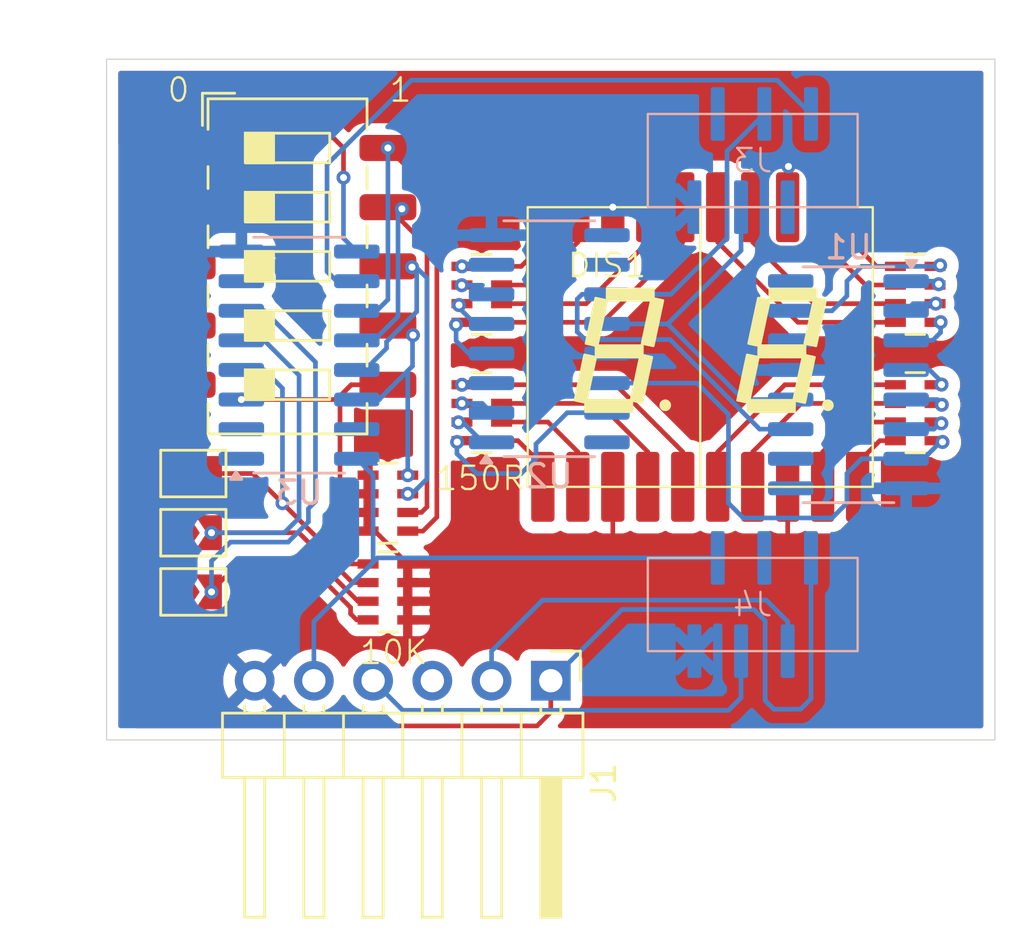
<source format=kicad_pcb>
(kicad_pcb (version 20241229) (generator "pcbnew") (generator_version "9.0")
  (layers (0 "F.Cu" signal) (2 "B.Cu" signal) (13 "F.Paste" user) (15 "B.Paste" user) (5 "F.SilkS" user "F.Silkscreen") (7 "B.SilkS" user "B.Silkscreen") (1 "F.Mask" user) (3 "B.Mask" user) (25 "Edge.Cuts" user))
  (net 0 "")
  (net 1 "Net-(JP1-B)")
  (net 2 "VCC")
  (net 3 "Net-(JP2-B)")
  (net 4 "Net-(JP3-B)")
  (net 5 "GND")
  (net 6 "Net-(RN1-R4.2)")
  (net 7 "Net-(RN2-R3.2)")
  (net 8 "Net-(RN2-R2.2)")
  (net 9 "Net-(RN2-R4.2)")
  (net 10 "Net-(RN2-R1.2)")
  (net 11 "SIPO in")
  (net 12 "PISO out")
  (net 13 "PISO in")
  (net 14 "SIPO out")
  (net 18 "Net-(RN6-R1.2)")
  (net 19 "Net-(RN6-R2.2)")
  (net 20 "Net-(RN6-R4.2)")
  (net 21 "Net-(RN6-R3.2)")
  (net 22 "Net-(RN5-R2.2)")
  (net 23 "Net-(RN5-R1.2)")
  (net 24 "Net-(RN3-R4.2)")
  (net 25 "Net-(RN3-R2.2)")
  (net 26 "Net-(RN5-R3.2)")
  (net 27 "Net-(RN3-R3.2)")
  (net 28 "Net-(RN5-R4.2)")
  (net 29 "Net-(RN3-R1.2)")
  (net 30 "Net-(RN3-R1.1)")
  (net 31 "Net-(RN3-R2.1)")
  (net 32 "Net-(RN3-R3.1)")
  (net 33 "Net-(RN3-R4.1)")
  (net 34 "Net-(RN6-R3.1)")
  (net 35 "Net-(RN6-R4.1)")
  (net 36 "Net-(RN6-R2.1)")
  (net 37 "Net-(RN6-R1.1)")
  (net 38 "Net-(RN4-R4.2)")
  (net 39 "Net-(RN4-R3.2)")
  (net 40 "Net-(RN4-R1.2)")
  (net 41 "Net-(RN4-R2.2)")
  (net 42 "Net-(RN4-R4.1)")
  (net 43 "Net-(RN4-R2.1)")
  (net 44 "Net-(RN4-R3.1)")
  (net 45 "Net-(RN5-R1.1)")
  (net 46 "Net-(RN5-R3.1)")
  (net 47 "Net-(RN5-R2.1)")
  (net 48 "Net-(RN5-R4.1)")
  (net 49 "Clock")
  (net 50 "Shift{slash}load")
  (footprint "Resistor_SMD:R_Array_Concave_4x0603" (layer "F.Cu") (at 158.33 101.53)
    (property "Reference" "RN5" (hide yes))
    (property "Value" "R_Pack04")
    (pad "1" smd rect (at -0.85 -1.2) (size 0.9 0.4) (layers "F.Cu" "F.Mask" "F.Paste") (net 45 "Net-(RN5-R1.1)"))
    (pad "2" smd rect (at -0.85 -0.4) (size 0.9 0.4) (layers "F.Cu" "F.Mask" "F.Paste") (net 47 "Net-(RN5-R2.1)"))
    (pad "3" smd rect (at -0.85 0.4) (size 0.9 0.4) (layers "F.Cu" "F.Mask" "F.Paste") (net 46 "Net-(RN5-R3.1)"))
    (pad "4" smd rect (at -0.85 1.2) (size 0.9 0.4) (layers "F.Cu" "F.Mask" "F.Paste") (net 48 "Net-(RN5-R4.1)"))
    (pad "5" smd rect (at 0.85 1.2) (size 0.9 0.4) (layers "F.Cu" "F.Mask" "F.Paste") (net 28 "Net-(RN5-R4.2)"))
    (pad "6" smd rect (at 0.85 0.4) (size 0.9 0.4) (layers "F.Cu" "F.Mask" "F.Paste") (net 26 "Net-(RN5-R3.2)"))
    (pad "7" smd rect (at 0.85 -0.4) (size 0.9 0.4) (layers "F.Cu" "F.Mask" "F.Paste") (net 22 "Net-(RN5-R2.2)"))
    (pad "8" smd rect (at 0.85 -1.2) (size 0.9 0.4) (layers "F.Cu" "F.Mask" "F.Paste") (net 23 "Net-(RN5-R1.2)"))
  )
  (footprint "Jumper:SolderJumper-2_P1.3mm_Open_TrianglePad1.0x1.5mm" (layer "F.Cu") (at 145.96 106.68)
    (property "Reference" "JP2" (hide yes))
    (property "Value" "SolderJumper_2_Open")
    (pad "1" smd custom (at -0.725 0) (size 0.3 0.3) (layers "F.Cu" "F.Mask") (net 2 "VCC") (options (clearance outline) (anchor rect)) (primitives (gr_poly (pts (xy 1 0) (xy 0.5 0.75) (xy -0.5 0.75) (xy -0.5 -0.75) (xy 0.5 -0.75)) (width 0) (fill yes))))
    (pad "2" smd custom (at 0.725 0) (size 0.3 0.3) (layers "F.Cu" "F.Mask") (net 3 "Net-(JP2-B)") (options (clearance outline) (anchor rect)) (primitives (gr_poly (pts (xy 0.5 0.75) (xy -0.65 0.75) (xy -0.15 0) (xy -0.65 -0.75) (xy 0.5 -0.75)) (width 0) (fill yes))))
  )
  (footprint "Resistor_SMD:R_Array_Concave_4x0603" (layer "F.Cu") (at 176.92 101.53 180)
    (property "Reference" "RN6" (hide yes))
    (property "Value" "R_Pack04")
    (pad "1" smd rect (at -0.85 -1.2 180) (size 0.9 0.4) (layers "F.Cu" "F.Mask" "F.Paste") (net 37 "Net-(RN6-R1.1)"))
    (pad "2" smd rect (at -0.85 -0.4 180) (size 0.9 0.4) (layers "F.Cu" "F.Mask" "F.Paste") (net 36 "Net-(RN6-R2.1)"))
    (pad "3" smd rect (at -0.85 0.4 180) (size 0.9 0.4) (layers "F.Cu" "F.Mask" "F.Paste") (net 34 "Net-(RN6-R3.1)"))
    (pad "4" smd rect (at -0.85 1.2 180) (size 0.9 0.4) (layers "F.Cu" "F.Mask" "F.Paste") (net 35 "Net-(RN6-R4.1)"))
    (pad "5" smd rect (at 0.85 1.2 180) (size 0.9 0.4) (layers "F.Cu" "F.Mask" "F.Paste") (net 20 "Net-(RN6-R4.2)"))
    (pad "6" smd rect (at 0.85 0.4 180) (size 0.9 0.4) (layers "F.Cu" "F.Mask" "F.Paste") (net 21 "Net-(RN6-R3.2)"))
    (pad "7" smd rect (at 0.85 -0.4 180) (size 0.9 0.4) (layers "F.Cu" "F.Mask" "F.Paste") (net 19 "Net-(RN6-R2.2)"))
    (pad "8" smd rect (at 0.85 -1.2 180) (size 0.9 0.4) (layers "F.Cu" "F.Mask" "F.Paste") (net 18 "Net-(RN6-R1.2)"))
  )
  (footprint "timezoneClock:double digit 7 seg" (layer "F.Cu") (at 167.7 98.71)
    (property "Reference" "DIS1" (at -4 -3.5 0) (layer "F.SilkS") (effects (font (thickness 0.1))))
    (property "Value" "~")
    (pad "1" smd roundrect (at 6.75 6) (size 1 3) (layers "F.Cu" "F.Mask" "F.Paste") (roundrect_rratio 0.15) (net 18 "Net-(RN6-R1.2)"))
    (pad "2" smd roundrect (at 5.25 6) (size 1 3) (layers "F.Cu" "F.Mask" "F.Paste") (roundrect_rratio 0.15) (net 19 "Net-(RN6-R2.2)"))
    (pad "3" smd roundrect (at 3.75 6) (size 1 3) (layers "F.Cu" "F.Mask" "F.Paste") (roundrect_rratio 0.15) (net 5 "GND"))
    (pad "4" smd roundrect (at 2.25 6) (size 1 3) (layers "F.Cu" "F.Mask" "F.Paste") (roundrect_rratio 0.15) (net 21 "Net-(RN6-R3.2)"))
    (pad "5" smd roundrect (at 0.75 6) (size 1 3) (layers "F.Cu" "F.Mask" "F.Paste") (roundrect_rratio 0.15) (net 20 "Net-(RN6-R4.2)"))
    (pad "6" smd roundrect (at -0.75 6) (size 1 3) (layers "F.Cu" "F.Mask" "F.Paste") (roundrect_rratio 0.15) (net 23 "Net-(RN5-R1.2)"))
    (pad "7" smd roundrect (at -2.25 6) (size 1 3) (layers "F.Cu" "F.Mask" "F.Paste") (roundrect_rratio 0.15) (net 22 "Net-(RN5-R2.2)"))
    (pad "8" smd roundrect (at -3.75 6) (size 1 3) (layers "F.Cu" "F.Mask" "F.Paste") (roundrect_rratio 0.15) (net 5 "GND"))
    (pad "9" smd roundrect (at -5.25 6) (size 1 3) (layers "F.Cu" "F.Mask" "F.Paste") (roundrect_rratio 0.15) (net 26 "Net-(RN5-R3.2)"))
    (pad "10" smd roundrect (at -6.75 6) (size 1 3) (layers "F.Cu" "F.Mask" "F.Paste") (roundrect_rratio 0.15) (net 28 "Net-(RN5-R4.2)"))
    (pad "11" smd roundrect (at -6.75 -6) (size 1 3) (layers "F.Cu" "F.Mask" "F.Paste") (roundrect_rratio 0.15) (net 40 "Net-(RN4-R1.2)"))
    (pad "12" smd roundrect (at -5.25 -6) (size 1 3) (layers "F.Cu" "F.Mask" "F.Paste") (roundrect_rratio 0.15) (net 41 "Net-(RN4-R2.2)"))
    (pad "13" smd roundrect (at -3.75 -6) (size 1 3) (layers "F.Cu" "F.Mask" "F.Paste") (roundrect_rratio 0.15) (net 5 "GND"))
    (pad "14" smd roundrect (at -2.25 -6) (size 1 3) (layers "F.Cu" "F.Mask" "F.Paste") (roundrect_rratio 0.15) (net 39 "Net-(RN4-R3.2)"))
    (pad "15" smd roundrect (at -0.75 -6) (size 1 3) (layers "F.Cu" "F.Mask" "F.Paste") (roundrect_rratio 0.15) (net 38 "Net-(RN4-R4.2)"))
    (pad "16" smd roundrect (at 0.75 -6) (size 1 3) (layers "F.Cu" "F.Mask" "F.Paste") (roundrect_rratio 0.15) (net 29 "Net-(RN3-R1.2)"))
    (pad "17" smd roundrect (at 2.25 -6) (size 1 3) (layers "F.Cu" "F.Mask" "F.Paste") (roundrect_rratio 0.15) (net 25 "Net-(RN3-R2.2)"))
    (pad "18" smd roundrect (at 3.75 -6) (size 1 3) (layers "F.Cu" "F.Mask" "F.Paste") (roundrect_rratio 0.15) (net 5 "GND"))
    (pad "19" smd roundrect (at 5.25 -6) (size 1 3) (layers "F.Cu" "F.Mask" "F.Paste") (roundrect_rratio 0.15) (net 27 "Net-(RN3-R3.2)"))
    (pad "20" smd roundrect (at 6.75 -6) (size 1 3) (layers "F.Cu" "F.Mask" "F.Paste") (roundrect_rratio 0.15) (net 24 "Net-(RN3-R4.2)"))
  )
  (footprint "Connector_PinHeader_2.54mm:PinHeader_1x06_P2.54mm_Horizontal" (layer "F.Cu") (at 161.29 113.03 -90)
    (property "Reference" "J1" (at 4.385 -2.27 90) (layer "F.SilkS"))
    (property "Value" "Conn_01x06_Pin")
    (pad "1" thru_hole rect (at 0 0 270) (size 1.7 1.7) (drill 1) (layers "*.Cu" "*.Mask") (net 12 "PISO out"))
    (pad "2" thru_hole circle (at 0 2.54 270) (size 1.7 1.7) (drill 1) (layers "*.Cu" "*.Mask") (net 11 "SIPO in"))
    (pad "3" thru_hole circle (at 0 5.08 270) (size 1.7 1.7) (drill 1) (layers "*.Cu" "*.Mask") (net 49 "Clock"))
    (pad "4" thru_hole circle (at 0 7.62 270) (size 1.7 1.7) (drill 1) (layers "*.Cu" "*.Mask") (net 50 "Shift{slash}load"))
    (pad "5" thru_hole circle (at 0 10.16 270) (size 1.7 1.7) (drill 1) (layers "*.Cu" "*.Mask") (net 2 "VCC"))
    (pad "6" thru_hole circle (at 0 12.7 270) (size 1.7 1.7) (drill 1) (layers "*.Cu" "*.Mask") (net 5 "GND"))
  )
  (footprint "Resistor_SMD:R_Array_Concave_4x0603" (layer "F.Cu") (at 154.305 109.22 180)
    (property "Reference" "RN1" (hide yes))
    (property "Value" "R_Pack04")
    (pad "1" smd rect (at -0.85 -1.2 180) (size 0.9 0.4) (layers "F.Cu" "F.Mask" "F.Paste") (net 5 "GND"))
    (pad "2" smd rect (at -0.85 -0.4 180) (size 0.9 0.4) (layers "F.Cu" "F.Mask" "F.Paste") (net 5 "GND"))
    (pad "3" smd rect (at -0.85 0.4 180) (size 0.9 0.4) (layers "F.Cu" "F.Mask" "F.Paste") (net 5 "GND"))
    (pad "4" smd rect (at -0.85 1.2 180) (size 0.9 0.4) (layers "F.Cu" "F.Mask" "F.Paste") (net 5 "GND"))
    (pad "5" smd rect (at 0.85 1.2 180) (size 0.9 0.4) (layers "F.Cu" "F.Mask" "F.Paste") (net 6 "Net-(RN1-R4.2)"))
    (pad "6" smd rect (at 0.85 0.4 180) (size 0.9 0.4) (layers "F.Cu" "F.Mask" "F.Paste") (net 1 "Net-(JP1-B)"))
    (pad "7" smd rect (at 0.85 -0.4 180) (size 0.9 0.4) (layers "F.Cu" "F.Mask" "F.Paste") (net 3 "Net-(JP2-B)"))
    (pad "8" smd rect (at 0.85 -1.2 180) (size 0.9 0.4) (layers "F.Cu" "F.Mask" "F.Paste") (net 4 "Net-(JP3-B)"))
  )
  (footprint "Resistor_SMD:R_Array_Concave_4x0603" (layer "F.Cu") (at 158.33 96.45)
    (property "Reference" "RN4" (hide yes))
    (property "Value" "R_Pack04")
    (pad "1" smd rect (at -0.85 -1.2) (size 0.9 0.4) (layers "F.Cu" "F.Mask" "F.Paste") (net 14 "SIPO out"))
    (pad "2" smd rect (at -0.85 -0.4) (size 0.9 0.4) (layers "F.Cu" "F.Mask" "F.Paste") (net 43 "Net-(RN4-R2.1)"))
    (pad "3" smd rect (at -0.85 0.4) (size 0.9 0.4) (layers "F.Cu" "F.Mask" "F.Paste") (net 44 "Net-(RN4-R3.1)"))
    (pad "4" smd rect (at -0.85 1.2) (size 0.9 0.4) (layers "F.Cu" "F.Mask" "F.Paste") (net 42 "Net-(RN4-R4.1)"))
    (pad "5" smd rect (at 0.85 1.2) (size 0.9 0.4) (layers "F.Cu" "F.Mask" "F.Paste") (net 38 "Net-(RN4-R4.2)"))
    (pad "6" smd rect (at 0.85 0.4) (size 0.9 0.4) (layers "F.Cu" "F.Mask" "F.Paste") (net 39 "Net-(RN4-R3.2)"))
    (pad "7" smd rect (at 0.85 -0.4) (size 0.9 0.4) (layers "F.Cu" "F.Mask" "F.Paste") (net 41 "Net-(RN4-R2.2)"))
    (pad "8" smd rect (at 0.85 -1.2) (size 0.9 0.4) (layers "F.Cu" "F.Mask" "F.Paste") (net 40 "Net-(RN4-R1.2)"))
  )
  (footprint "Jumper:SolderJumper-2_P1.3mm_Open_TrianglePad1.0x1.5mm" (layer "F.Cu") (at 145.96 104.14)
    (property "Reference" "JP1" (hide yes))
    (property "Value" "SolderJumper_2_Open")
    (pad "1" smd custom (at -0.725 0) (size 0.3 0.3) (layers "F.Cu" "F.Mask") (net 2 "VCC") (options (clearance outline) (anchor rect)) (primitives (gr_poly (pts (xy 1 0) (xy 0.5 0.75) (xy -0.5 0.75) (xy -0.5 -0.75) (xy 0.5 -0.75)) (width 0) (fill yes))))
    (pad "2" smd custom (at 0.725 0) (size 0.3 0.3) (layers "F.Cu" "F.Mask") (net 1 "Net-(JP1-B)") (options (clearance outline) (anchor rect)) (primitives (gr_poly (pts (xy 0.5 0.75) (xy -0.65 0.75) (xy -0.15 0) (xy -0.65 -0.75) (xy 0.5 -0.75)) (width 0) (fill yes))))
  )
  (footprint "Resistor_SMD:R_Array_Concave_4x0603" (layer "F.Cu") (at 154.305 105.41)
    (property "Reference" "RN2" (hide yes))
    (property "Value" "R_Pack04")
    (pad "1" smd rect (at -0.85 -1.2) (size 0.9 0.4) (layers "F.Cu" "F.Mask" "F.Paste") (net 5 "GND"))
    (pad "2" smd rect (at -0.85 -0.4) (size 0.9 0.4) (layers "F.Cu" "F.Mask" "F.Paste") (net 5 "GND"))
    (pad "3" smd rect (at -0.85 0.4) (size 0.9 0.4) (layers "F.Cu" "F.Mask" "F.Paste") (net 5 "GND"))
    (pad "4" smd rect (at -0.85 1.2) (size 0.9 0.4) (layers "F.Cu" "F.Mask" "F.Paste") (net 5 "GND"))
    (pad "5" smd rect (at 0.85 1.2) (size 0.9 0.4) (layers "F.Cu" "F.Mask" "F.Paste") (net 9 "Net-(RN2-R4.2)"))
    (pad "6" smd rect (at 0.85 0.4) (size 0.9 0.4) (layers "F.Cu" "F.Mask" "F.Paste") (net 7 "Net-(RN2-R3.2)"))
    (pad "7" smd rect (at 0.85 -0.4) (size 0.9 0.4) (layers "F.Cu" "F.Mask" "F.Paste") (net 8 "Net-(RN2-R2.2)"))
    (pad "8" smd rect (at 0.85 -1.2) (size 0.9 0.4) (layers "F.Cu" "F.Mask" "F.Paste") (net 10 "Net-(RN2-R1.2)"))
  )
  (footprint "Jumper:SolderJumper-2_P1.3mm_Open_TrianglePad1.0x1.5mm" (layer "F.Cu") (at 145.96 109.22)
    (property "Reference" "JP3" (hide yes))
    (property "Value" "SolderJumper_2_Open")
    (pad "1" smd custom (at -0.725 0) (size 0.3 0.3) (layers "F.Cu" "F.Mask") (net 2 "VCC") (options (clearance outline) (anchor rect)) (primitives (gr_poly (pts (xy 1 0) (xy 0.5 0.75) (xy -0.5 0.75) (xy -0.5 -0.75) (xy 0.5 -0.75)) (width 0) (fill yes))))
    (pad "2" smd custom (at 0.725 0) (size 0.3 0.3) (layers "F.Cu" "F.Mask") (net 4 "Net-(JP3-B)") (options (clearance outline) (anchor rect)) (primitives (gr_poly (pts (xy 0.5 0.75) (xy -0.65 0.75) (xy -0.15 0) (xy -0.65 -0.75) (xy 0.5 -0.75)) (width 0) (fill yes))))
  )
  (footprint "Button_Switch_SMD:SW_DIP_SPSTx05_Slide_6.7x14.26mm_W8.61mm_P2.54mm_LowProfile" (layer "F.Cu") (at 150 95.25)
    (property "Reference" "SW1" (hide yes))
    (property "Value" "SW_DIP_x05")
    (pad "1" smd roundrect (at -4.305 -5.08) (size 2.44 1.12) (layers "F.Cu" "F.Mask" "F.Paste") (roundrect_rratio 0.223214) (net 2 "VCC"))
    (pad "2" smd roundrect (at -4.305 -2.54) (size 2.44 1.12) (layers "F.Cu" "F.Mask" "F.Paste") (roundrect_rratio 0.223214) (net 2 "VCC"))
    (pad "3" smd roundrect (at -4.305 0) (size 2.44 1.12) (layers "F.Cu" "F.Mask" "F.Paste") (roundrect_rratio 0.223214) (net 2 "VCC"))
    (pad "4" smd roundrect (at -4.305 2.54) (size 2.44 1.12) (layers "F.Cu" "F.Mask" "F.Paste") (roundrect_rratio 0.223214) (net 2 "VCC"))
    (pad "5" smd roundrect (at -4.305 5.08) (size 2.44 1.12) (layers "F.Cu" "F.Mask" "F.Paste") (roundrect_rratio 0.223214) (net 2 "VCC"))
    (pad "6" smd roundrect (at 4.305 5.08) (size 2.44 1.12) (layers "F.Cu" "F.Mask" "F.Paste") (roundrect_rratio 0.223214) (net 6 "Net-(RN1-R4.2)"))
    (pad "7" smd roundrect (at 4.305 2.54) (size 2.44 1.12) (layers "F.Cu" "F.Mask" "F.Paste") (roundrect_rratio 0.223214) (net 10 "Net-(RN2-R1.2)"))
    (pad "8" smd roundrect (at 4.305 0) (size 2.44 1.12) (layers "F.Cu" "F.Mask" "F.Paste") (roundrect_rratio 0.223214) (net 8 "Net-(RN2-R2.2)"))
    (pad "9" smd roundrect (at 4.305 -2.54) (size 2.44 1.12) (layers "F.Cu" "F.Mask" "F.Paste") (roundrect_rratio 0.223214) (net 7 "Net-(RN2-R3.2)"))
    (pad "10" smd roundrect (at 4.305 -5.08) (size 2.44 1.12) (layers "F.Cu" "F.Mask" "F.Paste") (roundrect_rratio 0.223214) (net 9 "Net-(RN2-R4.2)"))
  )
  (footprint "Resistor_SMD:R_Array_Concave_4x0603" (layer "F.Cu") (at 176.92 96.45 180)
    (property "Reference" "RN3" (hide yes))
    (property "Value" "R_Pack04")
    (pad "1" smd rect (at -0.85 -1.2 180) (size 0.9 0.4) (layers "F.Cu" "F.Mask" "F.Paste") (net 30 "Net-(RN3-R1.1)"))
    (pad "2" smd rect (at -0.85 -0.4 180) (size 0.9 0.4) (layers "F.Cu" "F.Mask" "F.Paste") (net 31 "Net-(RN3-R2.1)"))
    (pad "3" smd rect (at -0.85 0.4 180) (size 0.9 0.4) (layers "F.Cu" "F.Mask" "F.Paste") (net 32 "Net-(RN3-R3.1)"))
    (pad "4" smd rect (at -0.85 1.2 180) (size 0.9 0.4) (layers "F.Cu" "F.Mask" "F.Paste") (net 33 "Net-(RN3-R4.1)"))
    (pad "5" smd rect (at 0.85 1.2 180) (size 0.9 0.4) (layers "F.Cu" "F.Mask" "F.Paste") (net 24 "Net-(RN3-R4.2)"))
    (pad "6" smd rect (at 0.85 0.4 180) (size 0.9 0.4) (layers "F.Cu" "F.Mask" "F.Paste") (net 27 "Net-(RN3-R3.2)"))
    (pad "7" smd rect (at 0.85 -0.4 180) (size 0.9 0.4) (layers "F.Cu" "F.Mask" "F.Paste") (net 25 "Net-(RN3-R2.2)"))
    (pad "8" smd rect (at 0.85 -1.2 180) (size 0.9 0.4) (layers "F.Cu" "F.Mask" "F.Paste") (net 29 "Net-(RN3-R1.2)"))
  )
  (footprint "Package_SO:SOIC-16_3.9x9.9mm_P1.27mm" (layer "B.Cu") (at 161.225 98.355)
    (property "Reference" "U2" (at 0 5.9 0) (layer "B.SilkS") (effects (justify mirror)))
    (property "Value" "74HC595")
    (pad "1" smd roundrect (at -2.475 4.445) (size 1.95 0.6) (layers "B.Cu" "B.Mask" "B.Paste") (net 46 "Net-(RN5-R3.1)"))
    (pad "2" smd roundrect (at -2.475 3.175) (size 1.95 0.6) (layers "B.Cu" "B.Mask" "B.Paste") (net 47 "Net-(RN5-R2.1)"))
    (pad "3" smd roundrect (at -2.475 1.905) (size 1.95 0.6) (layers "B.Cu" "B.Mask" "B.Paste") (net 45 "Net-(RN5-R1.1)"))
    (pad "4" smd roundrect (at -2.475 0.635) (size 1.95 0.6) (layers "B.Cu" "B.Mask" "B.Paste") (net 42 "Net-(RN4-R4.1)"))
    (pad "5" smd roundrect (at -2.475 -0.635) (size 1.95 0.6) (layers "B.Cu" "B.Mask" "B.Paste") (net 44 "Net-(RN4-R3.1)"))
    (pad "6" smd roundrect (at -2.475 -1.905) (size 1.95 0.6) (layers "B.Cu" "B.Mask" "B.Paste") (net 43 "Net-(RN4-R2.1)"))
    (pad "7" smd roundrect (at -2.475 -3.175) (size 1.95 0.6) (layers "B.Cu" "B.Mask" "B.Paste") (net 14 "SIPO out"))
    (pad "8" smd roundrect (at -2.475 -4.445) (size 1.95 0.6) (layers "B.Cu" "B.Mask" "B.Paste") (net 5 "GND"))
    (pad "9" smd roundrect (at 2.475 -4.445) (size 1.95 0.6) (layers "B.Cu" "B.Mask" "B.Paste"))
    (pad "10" smd roundrect (at 2.475 -3.175) (size 1.95 0.6) (layers "B.Cu" "B.Mask" "B.Paste") (net 2 "VCC"))
    (pad "11" smd roundrect (at 2.475 -1.905) (size 1.95 0.6) (layers "B.Cu" "B.Mask" "B.Paste") (net 49 "Clock"))
    (pad "12" smd roundrect (at 2.475 -0.635) (size 1.95 0.6) (layers "B.Cu" "B.Mask" "B.Paste") (net 50 "Shift{slash}load"))
    (pad "13" smd roundrect (at 2.475 0.635) (size 1.95 0.6) (layers "B.Cu" "B.Mask" "B.Paste") (net 5 "GND"))
    (pad "14" smd roundrect (at 2.475 1.905) (size 1.95 0.6) (layers "B.Cu" "B.Mask" "B.Paste") (net 37 "Net-(RN6-R1.1)"))
    (pad "15" smd roundrect (at 2.475 3.175) (size 1.95 0.6) (layers "B.Cu" "B.Mask" "B.Paste") (net 48 "Net-(RN5-R4.1)"))
    (pad "16" smd roundrect (at 2.475 4.445) (size 1.95 0.6) (layers "B.Cu" "B.Mask" "B.Paste") (net 2 "VCC"))
  )
  (footprint "Package_SO:SOIC-16_3.9x9.9mm_P1.27mm" (layer "B.Cu") (at 174.055 100.33 180)
    (property "Reference" "U1" (at 0 5.9 0) (layer "B.SilkS") (effects (justify mirror)))
    (property "Value" "74HC595")
    (pad "1" smd roundrect (at -2.475 4.445 180) (size 1.95 0.6) (layers "B.Cu" "B.Mask" "B.Paste") (net 32 "Net-(RN3-R3.1)"))
    (pad "2" smd roundrect (at -2.475 3.175 180) (size 1.95 0.6) (layers "B.Cu" "B.Mask" "B.Paste") (net 31 "Net-(RN3-R2.1)"))
    (pad "3" smd roundrect (at -2.475 1.905 180) (size 1.95 0.6) (layers "B.Cu" "B.Mask" "B.Paste") (net 30 "Net-(RN3-R1.1)"))
    (pad "4" smd roundrect (at -2.475 0.635 180) (size 1.95 0.6) (layers "B.Cu" "B.Mask" "B.Paste") (net 35 "Net-(RN6-R4.1)"))
    (pad "5" smd roundrect (at -2.475 -0.635 180) (size 1.95 0.6) (layers "B.Cu" "B.Mask" "B.Paste") (net 34 "Net-(RN6-R3.1)"))
    (pad "6" smd roundrect (at -2.475 -1.905 180) (size 1.95 0.6) (layers "B.Cu" "B.Mask" "B.Paste") (net 36 "Net-(RN6-R2.1)"))
    (pad "7" smd roundrect (at -2.475 -3.175 180) (size 1.95 0.6) (layers "B.Cu" "B.Mask" "B.Paste") (net 37 "Net-(RN6-R1.1)"))
    (pad "8" smd roundrect (at -2.475 -4.445 180) (size 1.95 0.6) (layers "B.Cu" "B.Mask" "B.Paste") (net 5 "GND"))
    (pad "9" smd roundrect (at 2.475 -4.445 180) (size 1.95 0.6) (layers "B.Cu" "B.Mask" "B.Paste"))
    (pad "10" smd roundrect (at 2.475 -3.175 180) (size 1.95 0.6) (layers "B.Cu" "B.Mask" "B.Paste") (net 2 "VCC"))
    (pad "11" smd roundrect (at 2.475 -1.905 180) (size 1.95 0.6) (layers "B.Cu" "B.Mask" "B.Paste") (net 49 "Clock"))
    (pad "12" smd roundrect (at 2.475 -0.635 180) (size 1.95 0.6) (layers "B.Cu" "B.Mask" "B.Paste") (net 50 "Shift{slash}load"))
    (pad "13" smd roundrect (at 2.475 0.635 180) (size 1.95 0.6) (layers "B.Cu" "B.Mask" "B.Paste") (net 5 "GND"))
    (pad "14" smd roundrect (at 2.475 1.905 180) (size 1.95 0.6) (layers "B.Cu" "B.Mask" "B.Paste") (net 11 "SIPO in"))
    (pad "15" smd roundrect (at 2.475 3.175 180) (size 1.95 0.6) (layers "B.Cu" "B.Mask" "B.Paste") (net 33 "Net-(RN3-R4.1)"))
    (pad "16" smd roundrect (at 2.475 4.445 180) (size 1.95 0.6) (layers "B.Cu" "B.Mask" "B.Paste") (net 2 "VCC"))
  )
  (footprint "timezoneClock:flatcable conn 6" (layer "B.Cu") (at 169.95 90.71 180)
    (property "Reference" "J3" (at 0 0 0) (layer "B.SilkS") (effects (font (thickness 0.1)) (justify mirror)))
    (property "Value" "Conn_01x06_Socket")
    (pad "1" smd roundrect (at -2.5 2 180) (size 0.6 2.3) (layers "B.Cu" "B.Mask" "B.Paste") (roundrect_rratio 0.15) (net 13 "PISO in"))
    (pad "2" smd roundrect (at -1.5 -2 180) (size 0.6 2.3) (layers "B.Cu" "B.Mask" "B.Paste") (roundrect_rratio 0.15) (net 14 "SIPO out"))
    (pad "3" smd roundrect (at -0.5 2 180) (size 0.6 2.3) (layers "B.Cu" "B.Mask" "B.Paste") (roundrect_rratio 0.15) (net 49 "Clock"))
    (pad "4" smd roundrect (at 0.5 -2 180) (size 0.6 2.3) (layers "B.Cu" "B.Mask" "B.Paste") (roundrect_rratio 0.15) (net 50 "Shift{slash}load"))
    (pad "5" smd roundrect (at 1.5 2 180) (size 0.6 2.3) (layers "B.Cu" "B.Mask" "B.Paste") (roundrect_rratio 0.15) (net 2 "VCC"))
    (pad "6" smd roundrect (at 2.5 -2 180) (size 0.6 2.3) (layers "B.Cu" "B.Mask" "B.Paste") (roundrect_rratio 0.15) (net 5 "GND"))
  )
  (footprint "Package_SO:SOIC-16_3.9x9.9mm_P1.27mm" (layer "B.Cu") (at 150.495 99.06)
    (property "Reference" "U3" (at 0 5.9 0) (layer "B.SilkS") (effects (justify mirror)))
    (property "Value" "74HC165")
    (pad "1" smd roundrect (at -2.475 4.445) (size 1.95 0.6) (layers "B.Cu" "B.Mask" "B.Paste") (net 50 "Shift{slash}load"))
    (pad "2" smd roundrect (at -2.475 3.175) (size 1.95 0.6) (layers "B.Cu" "B.Mask" "B.Paste") (net 49 "Clock"))
    (pad "3" smd roundrect (at -2.475 1.905) (size 1.95 0.6) (layers "B.Cu" "B.Mask" "B.Paste") (net 6 "Net-(RN1-R4.2)"))
    (pad "4" smd roundrect (at -2.475 0.635) (size 1.95 0.6) (layers "B.Cu" "B.Mask" "B.Paste") (net 1 "Net-(JP1-B)"))
    (pad "5" smd roundrect (at -2.475 -0.635) (size 1.95 0.6) (layers "B.Cu" "B.Mask" "B.Paste") (net 3 "Net-(JP2-B)"))
    (pad "6" smd roundrect (at -2.475 -1.905) (size 1.95 0.6) (layers "B.Cu" "B.Mask" "B.Paste") (net 4 "Net-(JP3-B)"))
    (pad "7" smd roundrect (at -2.475 -3.175) (size 1.95 0.6) (layers "B.Cu" "B.Mask" "B.Paste"))
    (pad "8" smd roundrect (at -2.475 -4.445) (size 1.95 0.6) (layers "B.Cu" "B.Mask" "B.Paste") (net 5 "GND"))
    (pad "9" smd roundrect (at 2.475 -4.445) (size 1.95 0.6) (layers "B.Cu" "B.Mask" "B.Paste") (net 12 "PISO out"))
    (pad "10" smd roundrect (at 2.475 -3.175) (size 1.95 0.6) (layers "B.Cu" "B.Mask" "B.Paste") (net 13 "PISO in"))
    (pad "11" smd roundrect (at 2.475 -1.905) (size 1.95 0.6) (layers "B.Cu" "B.Mask" "B.Paste") (net 9 "Net-(RN2-R4.2)"))
    (pad "12" smd roundrect (at 2.475 -0.635) (size 1.95 0.6) (layers "B.Cu" "B.Mask" "B.Paste") (net 7 "Net-(RN2-R3.2)"))
    (pad "13" smd roundrect (at 2.475 0.635) (size 1.95 0.6) (layers "B.Cu" "B.Mask" "B.Paste") (net 8 "Net-(RN2-R2.2)"))
    (pad "14" smd roundrect (at 2.475 1.905) (size 1.95 0.6) (layers "B.Cu" "B.Mask" "B.Paste") (net 10 "Net-(RN2-R1.2)"))
    (pad "15" smd roundrect (at 2.475 3.175) (size 1.95 0.6) (layers "B.Cu" "B.Mask" "B.Paste") (net 5 "GND"))
    (pad "16" smd roundrect (at 2.475 4.445) (size 1.95 0.6) (layers "B.Cu" "B.Mask" "B.Paste") (net 2 "VCC"))
  )
  (footprint "timezoneClock:flatcable conn 6" (layer "B.Cu") (at 169.95 109.76 180)
    (property "Reference" "J4" (at 0 0 0) (layer "B.SilkS") (effects (font (thickness 0.1)) (justify mirror)))
    (property "Value" "Conn_01x06_Socket")
    (pad "1" smd roundrect (at -2.5 2 180) (size 0.6 2.3) (layers "B.Cu" "B.Mask" "B.Paste") (roundrect_rratio 0.15) (net 12 "PISO out"))
    (pad "2" smd roundrect (at -1.5 -2 180) (size 0.6 2.3) (layers "B.Cu" "B.Mask" "B.Paste") (roundrect_rratio 0.15) (net 11 "SIPO in"))
    (pad "3" smd roundrect (at -0.5 2 180) (size 0.6 2.3) (layers "B.Cu" "B.Mask" "B.Paste") (roundrect_rratio 0.15) (net 49 "Clock"))
    (pad "4" smd roundrect (at 0.5 -2 180) (size 0.6 2.3) (layers "B.Cu" "B.Mask" "B.Paste") (roundrect_rratio 0.15) (net 50 "Shift{slash}load"))
    (pad "5" smd roundrect (at 1.5 2 180) (size 0.6 2.3) (layers "B.Cu" "B.Mask" "B.Paste") (roundrect_rratio 0.15) (net 2 "VCC"))
    (pad "6" smd roundrect (at 2.5 -2 180) (size 0.6 2.3) (layers "B.Cu" "B.Mask" "B.Paste") (roundrect_rratio 0.15) (net 5 "GND"))
  )
  (gr_rect (start 142.24 86.36) (end 180.34 115.57) (stroke (width 0.05)) (fill no) (layer "Edge.Cuts"))
  (gr_text "0" (at 144.78 88.265 0) (layer "F.SilkS") (effects (font (size 1 1) (thickness 0.1)) (justify left bottom)))
  (gr_text "150R" (at 156.277144 104.931313 0) (layer "F.SilkS") (effects (font (size 1 1) (thickness 0.1)) (justify left bottom)))
  (gr_text "1" (at 154.305 88.265 0) (layer "F.SilkS") (effects (font (size 1 1) (thickness 0.1)) (justify left bottom)))
  (gr_text "10K" (at 153.035 112.395 0) (layer "F.SilkS") (effects (font (size 1 1) (thickness 0.1)) (justify left bottom)))
  (segment (start 152.785878 108.82) (end 153.455 108.82) (width 0.2) (layer "F.Cu") (net 1))
  (segment (start 146.685 104.14) (end 148.512845 104.14) (width 0.2) (layer "F.Cu") (net 1))
  (segment (start 151.849011 107.476166) (end 151.849011 107.883133) (width 0.2) (layer "F.Cu") (net 1))
  (segment (start 148.512845 104.14) (end 151.849011 107.476166) (width 0.2) (layer "F.Cu") (net 1))
  (segment (start 151.849011 107.883133) (end 152.785878 108.82) (width 0.2) (layer "F.Cu") (net 1))
  (via (at 149.782845 105.41) (size 0.6) (drill 0.3) (layers "F.Cu" "B.Cu") (net 1))
  (segment (start 149.782845 105.41) (end 149.782845 100.482846) (width 0.2) (layer "B.Cu") (net 1))
  (segment (start 149.782845 100.482846) (end 148.994999 99.695) (width 0.2) (layer "B.Cu") (net 1))
  (segment (start 148.994999 99.695) (end 148.02 99.695) (width 0.2) (layer "B.Cu") (net 1))
  (segment (start 145.235 90.63) (end 145.695 90.17) (width 0.2) (layer "F.Cu") (net 2))
  (segment (start 145.235 109.22) (end 145.235 90.63) (width 0.5) (layer "F.Cu") (net 2))
  (segment (start 153.67 107.95) (end 151.13 110.49) (width 0.2) (layer "B.Cu") (net 2))
  (segment (start 153.86 107.76) (end 153.67 107.95) (width 0.2) (layer "B.Cu") (net 2))
  (segment (start 153.67 104.205) (end 152.97 103.505) (width 0.2) (layer "B.Cu") (net 2))
  (segment (start 153.67 107.95) (end 153.67 104.205) (width 0.2) (layer "B.Cu") (net 2))
  (segment (start 168.45 107.76) (end 153.86 107.76) (width 0.2) (layer "B.Cu") (net 2))
  (segment (start 151.13 110.49) (end 151.13 113.03) (width 0.2) (layer "B.Cu") (net 2))
  (segment (start 153.020192 109.62) (end 153.455 109.62) (width 0.2) (layer "F.Cu") (net 3))
  (segment (start 150.485745 106.68) (end 151.448011 107.642266) (width 0.2) (layer "F.Cu") (net 3))
  (segment (start 146.685 106.68) (end 150.485745 106.68) (width 0.2) (layer "F.Cu") (net 3))
  (segment (start 151.448011 107.642266) (end 151.448011 108.047819) (width 0.2) (layer "F.Cu") (net 3))
  (segment (start 151.448011 108.047819) (end 153.020192 109.62) (width 0.2) (layer "F.Cu") (net 3))
  (via (at 146.739903 106.680336) (size 0.6) (drill 0.3) (layers "F.Cu" "B.Cu") (net 3))
  (segment (start 149.859664 106.680336) (end 150.495 106.045) (width 0.2) (layer "B.Cu") (net 3))
  (segment (start 148.994999 98.425) (end 148.02 98.425) (width 0.2) (layer "B.Cu") (net 3))
  (segment (start 150.495 99.925001) (end 148.994999 98.425) (width 0.2) (layer "B.Cu") (net 3))
  (segment (start 146.739903 106.680336) (end 149.859664 106.680336) (width 0.2) (layer "B.Cu") (net 3))
  (segment (start 150.495 106.045) (end 150.495 99.925001) (width 0.2) (layer "B.Cu") (net 3))
  (segment (start 152.704 110.159) (end 152.965 110.42) (width 0.2) (layer "F.Cu") (net 4))
  (segment (start 151.432302 108.616402) (end 152.704 109.8881) (width 0.2) (layer "F.Cu") (net 4))
  (segment (start 152.704 109.8881) (end 152.704 110.159) (width 0.2) (layer "F.Cu") (net 4))
  (segment (start 152.965 110.42) (end 153.455 110.42) (width 0.2) (layer "F.Cu") (net 4))
  (segment (start 146.685 109.22) (end 147.288598 108.616402) (width 0.2) (layer "F.Cu") (net 4))
  (segment (start 147.288598 108.616402) (end 151.432302 108.616402) (width 0.2) (layer "F.Cu") (net 4))
  (via (at 146.739903 109.220336) (size 0.6) (drill 0.3) (layers "F.Cu" "B.Cu") (net 4))
  (segment (start 148.994999 97.155) (end 148.02 97.155) (width 0.2) (layer "B.Cu") (net 4))
  (segment (start 150.025764 107.081336) (end 150.896 106.2111) (width 0.2) (layer "B.Cu") (net 4))
  (segment (start 151.198053 99.358054) (end 148.994999 97.155) (width 0.2) (layer "B.Cu") (net 4))
  (segment (start 147.553664 107.081336) (end 150.025764 107.081336) (width 0.2) (layer "B.Cu") (net 4))
  (segment (start 146.739903 109.220336) (end 146.739903 107.895097) (width 0.2) (layer "B.Cu") (net 4))
  (segment (start 146.739903 107.895097) (end 147.553664 107.081336) (width 0.2) (layer "B.Cu") (net 4))
  (segment (start 150.896 106.2111) (end 150.896 105.644) (width 0.2) (layer "B.Cu") (net 4))
  (segment (start 150.896 105.644) (end 151.198053 105.341947) (width 0.2) (layer "B.Cu") (net 4))
  (segment (start 151.198053 105.341947) (end 151.198053 99.358054) (width 0.2) (layer "B.Cu") (net 4))
  (segment (start 171.45 90.996728) (end 171.482851 90.963877) (width 0.2) (layer "F.Cu") (net 5))
  (segment (start 171.45 104.71) (end 171.45 106.68) (width 0.2) (layer "F.Cu") (net 5))
  (segment (start 171.45 92.71) (end 171.45 90.996728) (width 0.2) (layer "F.Cu") (net 5))
  (segment (start 163.95 106.940491) (end 163.958683 106.949174) (width 0.2) (layer "F.Cu") (net 5))
  (segment (start 153.455 104.21) (end 153.455 106.61) (width 0.2) (layer "F.Cu") (net 5))
  (segment (start 155.155 108.02) (end 155.155 110.42) (width 0.2) (layer "F.Cu") (net 5))
  (segment (start 153.455 106.61) (end 153.745 106.61) (width 0.2) (layer "F.Cu") (net 5))
  (segment (start 153.745 106.61) (end 155.155 108.02) (width 0.2) (layer "F.Cu") (net 5))
  (segment (start 163.95 104.71) (end 163.95 106.940491) (width 0.2) (layer "F.Cu") (net 5))
  (via (at 163.95 92.71) (size 0.6) (drill 0.3) (layers "F.Cu" "B.Cu") (net 5))
  (via (at 171.482851 90.963877) (size 0.6) (drill 0.3) (layers "F.Cu" "B.Cu") (net 5))
  (segment (start 152.250011 101.114989) (end 152.250011 107.717033) (width 0.2) (layer "F.Cu") (net 6))
  (segment (start 152.250011 107.717033) (end 152.552978 108.02) (width 0.2) (layer "F.Cu") (net 6))
  (segment (start 152.252674 100.812348) (end 152.252674 101.112326) (width 0.2) (layer "F.Cu") (net 6))
  (segment (start 152.735022 100.33) (end 154.305 100.33) (width 0.2) (layer "F.Cu") (net 6))
  (segment (start 152.100022 100.965) (end 152.735022 100.33) (width 0.2) (layer "F.Cu") (net 6))
  (segment (start 148.02 100.965) (end 152.100022 100.965) (width 0.2) (layer "F.Cu") (net 6))
  (segment (start 152.552978 108.02) (end 153.455 108.02) (width 0.2) (layer "F.Cu") (net 6))
  (segment (start 152.252674 101.112326) (end 152.250011 101.114989) (width 0.2) (layer "F.Cu") (net 6))
  (segment (start 152.735022 100.33) (end 152.252674 100.812348) (width 0.2) (layer "F.Cu") (net 6))
  (via (at 148.02 100.965) (size 0.6) (drill 0.3) (layers "F.Cu" "B.Cu") (net 6))
  (segment (start 155.979926 105.572174) (end 155.7421 105.81) (width 0.2) (layer "F.Cu") (net 7))
  (segment (start 155.7421 105.81) (end 155.155 105.81) (width 0.2) (layer "F.Cu") (net 7))
  (segment (start 155.979926 94.384926) (end 155.979926 105.572174) (width 0.2) (layer "F.Cu") (net 7))
  (segment (start 154.305 92.71) (end 155.979926 94.384926) (width 0.2) (layer "F.Cu") (net 7))
  (via (at 154.905 92.78324) (size 0.6) (drill 0.3) (layers "F.Cu" "B.Cu") (net 7))
  (segment (start 154.905 92.78324) (end 154.7381 92.95014) (width 0.2) (layer "B.Cu") (net 7))
  (segment (start 153.710228 98.425) (end 152.97 98.425) (width 0.2) (layer "B.Cu") (net 7))
  (segment (start 154.7381 97.397128) (end 153.710228 98.425) (width 0.2) (layer "B.Cu") (net 7))
  (segment (start 154.7381 92.95014) (end 154.7381 97.397128) (width 0.2) (layer "B.Cu") (net 7))
  (segment (start 155.309616 95.311048) (end 154.366048 95.311048) (width 0.2) (layer "F.Cu") (net 8))
  (segment (start 154.366048 95.311048) (end 154.305 95.25) (width 0.2) (layer "F.Cu") (net 8))
  (segment (start 155.3381 95.282564) (end 155.309616 95.311048) (width 0.2) (layer "F.Cu") (net 8))
  (via (at 155.155 105.01) (size 0.6) (drill 0.3) (layers "F.Cu" "B.Cu") (net 8))
  (via (at 155.3381 95.282564) (size 0.6) (drill 0.3) (layers "F.Cu" "B.Cu") (net 8))
  (segment (start 153.044754 99.685246) (end 153.035 99.695) (width 0.2) (layer "B.Cu") (net 8))
  (segment (start 154.246 98.765968) (end 153.326738 99.68523) (width 0.2) (layer "B.Cu") (net 8))
  (segment (start 155.34 105.01) (end 155.575 104.775) (width 0.2) (layer "B.Cu") (net 8))
  (segment (start 155.54 97.19) (end 154.246 98.484) (width 0.2) (layer "B.Cu") (net 8))
  (segment (start 155.155 105.01) (end 155.34 105.01) (width 0.2) (layer "B.Cu") (net 8))
  (segment (start 155.979926 95.750974) (end 155.979926 104.370074) (width 0.2) (layer "B.Cu") (net 8))
  (segment (start 155.366584 95.311048) (end 155.54 95.311048) (width 0.2) (layer "B.Cu") (net 8))
  (segment (start 153.326738 99.68523) (end 153.044754 99.68523) (width 0.2) (layer "B.Cu") (net 8))
  (segment (start 155.54 95.311048) (end 155.979926 95.750974) (width 0.2) (layer "B.Cu") (net 8))
  (segment (start 155.3381 95.282564) (end 155.54 95.484464) (width 0.2) (layer "B.Cu") (net 8))
  (segment (start 155.979926 104.370074) (end 155.575 104.775) (width 0.2) (layer "B.Cu") (net 8))
  (segment (start 153.044754 99.68523) (end 153.044754 99.685246) (width 0.2) (layer "B.Cu") (net 8))
  (segment (start 155.357904 104.992095) (end 155.340536 104.992095) (width 0.2) (layer "B.Cu") (net 8))
  (segment (start 155.575 104.775) (end 155.357904 104.992095) (width 0.2) (layer "B.Cu") (net 8))
  (segment (start 154.246 98.484) (end 154.246 98.765968) (width 0.2) (layer "B.Cu") (net 8))
  (segment (start 155.54 95.484464) (end 155.54 97.19) (width 0.2) (layer "B.Cu") (net 8))
  (segment (start 153.035 99.695) (end 152.97 99.695) (width 0.2) (layer "B.Cu") (net 8))
  (segment (start 155.3381 95.282564) (end 155.366584 95.311048) (width 0.2) (layer "B.Cu") (net 8))
  (segment (start 156.402933 92.267933) (end 156.402933 106.012067) (width 0.2) (layer "F.Cu") (net 9))
  (segment (start 155.805 106.61) (end 155.155 106.61) (width 0.2) (layer "F.Cu") (net 9))
  (segment (start 154.305 90.17) (end 156.402933 92.267933) (width 0.2) (layer "F.Cu") (net 9))
  (segment (start 156.402933 106.012067) (end 155.805 106.61) (width 0.2) (layer "F.Cu") (net 9))
  (via (at 154.305 90.17) (size 0.6) (drill 0.3) (layers "F.Cu" "B.Cu") (net 9))
  (segment (start 154.305 96.675357) (end 154.305 90.17) (width 0.2) (layer "B.Cu") (net 9))
  (segment (start 153.825357 97.155) (end 154.305 96.675357) (width 0.2) (layer "B.Cu") (net 9))
  (segment (start 153.67 97.155) (end 152.97 97.155) (width 0.2) (layer "B.Cu") (net 9))
  (segment (start 152.97 97.155) (end 153.825357 97.155) (width 0.2) (layer "B.Cu") (net 9))
  (segment (start 155.505 104.21) (end 155.155 104.21) (width 0.2) (layer "F.Cu") (net 10))
  (segment (start 154.714603 98.199603) (end 154.305 97.79) (width 0.2) (layer "F.Cu") (net 10))
  (segment (start 155.378926 98.199603) (end 154.714603 98.199603) (width 0.2) (layer "F.Cu") (net 10))
  (via (at 155.378926 98.199603) (size 0.6) (drill 0.3) (layers "F.Cu" "B.Cu") (net 10))
  (via (at 155.155 104.21) (size 0.6) (drill 0.3) (layers "F.Cu" "B.Cu") (net 10))
  (segment (start 153.944999 100.965) (end 152.97 100.965) (width 0.2) (layer "B.Cu") (net 10))
  (segment (start 155.360085 99.528926) (end 153.924011 100.965) (width 0.2) (layer "B.Cu") (net 10))
  (segment (start 155.360085 98.218444) (end 155.360085 99.528926) (width 0.2) (layer "B.Cu") (net 10))
  (segment (start 155.155 104.21) (end 155.155 99.754998) (width 0.2) (layer "B.Cu") (net 10))
  (segment (start 153.924011 100.965) (end 152.97 100.965) (width 0.2) (layer "B.Cu") (net 10))
  (segment (start 155.378926 98.199603) (end 155.360085 98.218444) (width 0.2) (layer "B.Cu") (net 10))
  (segment (start 170.531202 109.571202) (end 160.938798 109.571202) (width 0.2) (layer "B.Cu") (net 11))
  (segment (start 160.938798 109.571202) (end 158.75 111.76) (width 0.2) (layer "B.Cu") (net 11))
  (segment (start 171.45 111.76) (end 171.45 110.49) (width 0.2) (layer "B.Cu") (net 11))
  (segment (start 171.45 110.49) (end 170.531202 109.571202) (width 0.2) (layer "B.Cu") (net 11))
  (segment (start 158.75 111.76) (end 158.75 113.03) (width 0.2) (layer "B.Cu") (net 11))
  (segment (start 161.29 114.38031) (end 161.29 113.03) (width 0.2) (layer "F.Cu") (net 12))
  (segment (start 143.51 114.969) (end 160.70131 114.969) (width 0.2) (layer "F.Cu") (net 12))
  (segment (start 144.78 88.9) (end 143.51 90.17) (width 0.2) (layer "F.Cu") (net 12))
  (segment (start 143.51 90.17) (end 143.51 114.969) (width 0.2) (layer "F.Cu") (net 12))
  (segment (start 152.4 91.44) (end 152.4 90.17) (width 0.2) (layer "F.Cu") (net 12))
  (segment (start 151.13 88.9) (end 144.78 88.9) (width 0.2) (layer "F.Cu") (net 12))
  (segment (start 160.70131 114.969) (end 161.29 114.38031) (width 0.2) (layer "F.Cu") (net 12))
  (segment (start 152.4 90.17) (end 151.13 88.9) (width 0.2) (layer "F.Cu") (net 12))
  (via (at 152.4 91.44) (size 0.6) (drill 0.3) (layers "F.Cu" "B.Cu") (net 12))
  (segment (start 170.484225 110.457148) (end 169.999279 109.972202) (width 0.2) (layer "B.Cu") (net 12))
  (segment (start 170.852499 114.251964) (end 170.484225 113.88369) (width 0.2) (layer "B.Cu") (net 12))
  (segment (start 172.45 107.76) (end 172.45 113.804143) (width 0.2) (layer "B.Cu") (net 12))
  (segment (start 170.484225 113.88369) (end 170.484225 110.457148) (width 0.2) (layer "B.Cu") (net 12))
  (segment (start 169.999279 109.972202) (end 164.347798 109.972202) (width 0.2) (layer "B.Cu") (net 12))
  (segment (start 171.999465 114.254678) (end 171.17545 114.254678) (width 0.2) (layer "B.Cu") (net 12))
  (segment (start 164.347798 109.972202) (end 161.29 113.03) (width 0.2) (layer "B.Cu") (net 12))
  (segment (start 152.97 94.615) (end 152.4 94.045) (width 0.2) (layer "B.Cu") (net 12))
  (segment (start 152.4 94.045) (end 152.4 91.44) (width 0.2) (layer "B.Cu") (net 12))
  (segment (start 171.17545 114.254678) (end 171.172736 114.251964) (width 0.2) (layer "B.Cu") (net 12))
  (segment (start 171.172736 114.251964) (end 170.852499 114.251964) (width 0.2) (layer "B.Cu") (net 12))
  (segment (start 172.45 113.804143) (end 171.999465 114.254678) (width 0.2) (layer "B.Cu") (net 12))
  (segment (start 155.311 87.259) (end 151.694 90.876) (width 0.2) (layer "B.Cu") (net 13))
  (segment (start 172.45 88.71) (end 170.999 87.259) (width 0.2) (layer "B.Cu") (net 13))
  (segment (start 151.694 95.470697) (end 152.108303 95.885) (width 0.2) (layer "B.Cu") (net 13))
  (segment (start 170.999 87.259) (end 155.311 87.259) (width 0.2) (layer "B.Cu") (net 13))
  (segment (start 151.694 90.876) (end 151.694 95.470697) (width 0.2) (layer "B.Cu") (net 13))
  (segment (start 152.108303 95.885) (end 152.97 95.885) (width 0.2) (layer "B.Cu") (net 13))
  (via (at 157.48 95.25) (size 0.6) (drill 0.3) (layers "F.Cu" "B.Cu") (net 14))
  (segment (start 158.75 95.18) (end 157.55 95.18) (width 0.2) (layer "B.Cu") (net 14))
  (segment (start 157.55 95.18) (end 157.48 95.25) (width 0.2) (layer "B.Cu") (net 14))
  (segment (start 176.07 102.73) (end 175.4 102.73) (width 0.2) (layer "F.Cu") (net 18))
  (segment (start 174.45 103.68) (end 174.45 104.71) (width 0.2) (layer "F.Cu") (net 18))
  (segment (start 175.4 102.73) (end 174.45 103.68) (width 0.2) (layer "F.Cu") (net 18))
  (segment (start 172.95 103.210001) (end 172.95 104.71) (width 0.2) (layer "F.Cu") (net 19))
  (segment (start 174.230001 101.93) (end 172.95 103.210001) (width 0.2) (layer "F.Cu") (net 19))
  (segment (start 176.07 101.93) (end 174.230001 101.93) (width 0.2) (layer "F.Cu") (net 19))
  (segment (start 168.45 103.210001) (end 168.45 104.71) (width 0.2) (layer "F.Cu") (net 20))
  (segment (start 171.330001 100.33) (end 168.45 103.210001) (width 0.2) (layer "F.Cu") (net 20))
  (segment (start 176.07 100.33) (end 171.330001 100.33) (width 0.2) (layer "F.Cu") (net 20))
  (segment (start 176.07 101.13) (end 172.030001 101.13) (width 0.2) (layer "F.Cu") (net 21))
  (segment (start 172.030001 101.13) (end 169.95 103.210001) (width 0.2) (layer "F.Cu") (net 21))
  (segment (start 169.95 103.210001) (end 169.95 104.71) (width 0.2) (layer "F.Cu") (net 21))
  (segment (start 163.369999 101.13) (end 165.45 103.210001) (width 0.2) (layer "F.Cu") (net 22))
  (segment (start 165.45 103.210001) (end 165.45 104.71) (width 0.2) (layer "F.Cu") (net 22))
  (segment (start 159.18 101.13) (end 163.369999 101.13) (width 0.2) (layer "F.Cu") (net 22))
  (segment (start 159.18 100.33) (end 164.069999 100.33) (width 0.2) (layer "F.Cu") (net 23))
  (segment (start 166.95 103.210001) (end 166.95 104.71) (width 0.2) (layer "F.Cu") (net 23))
  (segment (start 164.069999 100.33) (end 166.95 103.210001) (width 0.2) (layer "F.Cu") (net 23))
  (segment (start 174.45 94.44) (end 174.45 92.71) (width 0.2) (layer "F.Cu") (net 24))
  (segment (start 175.26 95.25) (end 174.45 94.44) (width 0.2) (layer "F.Cu") (net 24))
  (segment (start 176.07 95.25) (end 175.26 95.25) (width 0.2) (layer "F.Cu") (net 24))
  (segment (start 169.95 94.209999) (end 169.95 92.71) (width 0.2) (layer "F.Cu") (net 25))
  (segment (start 176.07 96.85) (end 172.590001 96.85) (width 0.2) (layer "F.Cu") (net 25))
  (segment (start 172.590001 96.85) (end 169.95 94.209999) (width 0.2) (layer "F.Cu") (net 25))
  (segment (start 161.169999 101.93) (end 162.45 103.210001) (width 0.2) (layer "F.Cu") (net 26))
  (segment (start 162.45 103.210001) (end 162.45 104.71) (width 0.2) (layer "F.Cu") (net 26))
  (segment (start 159.18 101.93) (end 161.169999 101.93) (width 0.2) (layer "F.Cu") (net 26))
  (segment (start 174.79 96.05) (end 172.95 94.21) (width 0.2) (layer "F.Cu") (net 27))
  (segment (start 176.07 96.05) (end 174.79 96.05) (width 0.2) (layer "F.Cu") (net 27))
  (segment (start 172.95 94.21) (end 172.95 92.71) (width 0.2) (layer "F.Cu") (net 27))
  (segment (start 159.18 102.73) (end 159.88 102.73) (width 0.2) (layer "F.Cu") (net 28))
  (segment (start 160.95 103.8) (end 160.95 104.71) (width 0.2) (layer "F.Cu") (net 28))
  (segment (start 159.88 102.73) (end 160.95 103.8) (width 0.2) (layer "F.Cu") (net 28))
  (segment (start 171.890001 97.65) (end 168.45 94.209999) (width 0.2) (layer "F.Cu") (net 29))
  (segment (start 176.07 97.65) (end 171.890001 97.65) (width 0.2) (layer "F.Cu") (net 29))
  (segment (start 168.45 94.209999) (end 168.45 92.71) (width 0.2) (layer "F.Cu") (net 29))
  (via (at 178.008421 97.643455) (size 0.6) (drill 0.3) (layers "F.Cu" "B.Cu") (net 30))
  (segment (start 178.008421 98.08633) (end 178.008421 97.643455) (width 0.2) (layer "B.Cu") (net 30))
  (segment (start 177.669751 98.425) (end 177.865138 98.229613) (width 0.2) (layer "B.Cu") (net 30))
  (segment (start 176.53 98.425) (end 177.669751 98.425) (width 0.2) (layer "B.Cu") (net 30))
  (segment (start 177.865138 98.229613) (end 178.008421 98.08633) (width 0.2) (layer "B.Cu") (net 30))
  (via (at 177.8 96.848904) (size 0.6) (drill 0.3) (layers "F.Cu" "B.Cu") (net 31))
  (segment (start 176.836096 96.848904) (end 177.8 96.848904) (width 0.2) (layer "B.Cu") (net 31))
  (segment (start 176.53 97.155) (end 176.836096 96.848904) (width 0.2) (layer "B.Cu") (net 31))
  (segment (start 177.8 96.848904) (end 177.806522 96.848904) (width 0.2) (layer "B.Cu") (net 31))
  (segment (start 177.806522 96.848904) (end 177.943293 96.848904) (width 0.2) (layer "B.Cu") (net 31))
  (via (at 177.923754 96.015257) (size 0.6) (drill 0.3) (layers "F.Cu" "B.Cu") (net 32))
  (segment (start 177.793497 95.885) (end 177.923754 96.015257) (width 0.2) (layer "B.Cu") (net 32))
  (segment (start 177.793497 95.885) (end 176.53 95.885) (width 0.2) (layer "B.Cu") (net 32))
  (via (at 177.988873 95.204399) (size 0.6) (drill 0.3) (layers "F.Cu" "B.Cu") (net 33))
  (segment (start 171.58 97.155) (end 173.355 97.155) (width 0.2) (layer "B.Cu") (net 33))
  (segment (start 177.845601 95.204399) (end 177.8 95.25) (width 0.2) (layer "B.Cu") (net 33))
  (segment (start 174.625 95.25) (end 177.8 95.25) (width 0.2) (layer "B.Cu") (net 33))
  (segment (start 177.988873 95.204399) (end 177.845601 95.204399) (width 0.2) (layer "B.Cu") (net 33))
  (segment (start 173.99 96.52) (end 173.99 95.885) (width 0.2) (layer "B.Cu") (net 33))
  (segment (start 173.355 97.155) (end 173.99 96.52) (width 0.2) (layer "B.Cu") (net 33))
  (segment (start 173.99 95.885) (end 174.625 95.25) (width 0.2) (layer "B.Cu") (net 33))
  (via (at 178.058353 101.186437) (size 0.6) (drill 0.3) (layers "F.Cu" "B.Cu") (net 34))
  (segment (start 177.869857 100.965) (end 178.013147 101.10829) (width 0.2) (layer "B.Cu") (net 34))
  (segment (start 176.53 100.965) (end 177.869857 100.965) (width 0.2) (layer "B.Cu") (net 34))
  (via (at 178.047882 100.322403) (size 0.6) (drill 0.3) (layers "F.Cu" "B.Cu") (net 35))
  (segment (start 178.039198 100.196488) (end 178.047882 100.205172) (width 0.2) (layer "B.Cu") (net 35))
  (segment (start 178.047882 100.205172) (end 178.047882 100.322403) (width 0.2) (layer "B.Cu") (net 35))
  (segment (start 176.53 99.695) (end 177.53771 99.695) (width 0.2) (layer "B.Cu") (net 35))
  (segment (start 177.53771 99.695) (end 178.039198 100.196488) (width 0.2) (layer "B.Cu") (net 35))
  (via (at 178.039311 101.986213) (size 0.6) (drill 0.3) (layers "F.Cu" "B.Cu") (net 36))
  (segment (start 176.53 102.235) (end 177.721845 102.235) (width 0.2) (layer "B.Cu") (net 36))
  (segment (start 177.721845 102.235) (end 178.040986 101.915859) (width 0.2) (layer "B.Cu") (net 36))
  (via (at 178.089969 102.78461) (size 0.6) (drill 0.3) (layers "F.Cu" "B.Cu") (net 37))
  (segment (start 168.91 105.41) (end 169.545 106.045) (width 0.2) (layer "B.Cu") (net 37))
  (segment (start 163.7 100.26) (end 167.57 100.26) (width 0.2) (layer "B.Cu") (net 37))
  (segment (start 177.165 103.505) (end 177.278979 103.505) (width 0.2) (layer "B.Cu") (net 37))
  (segment (start 169.545 106.045) (end 173.355 106.045) (width 0.2) (layer "B.Cu") (net 37))
  (segment (start 174.625 103.505) (end 176.53 103.505) (width 0.2) (layer "B.Cu") (net 37))
  (segment (start 177.278979 103.505) (end 178.067037 102.716942) (width 0.2) (layer "B.Cu") (net 37))
  (segment (start 167.57 100.26) (end 168.91 101.6) (width 0.2) (layer "B.Cu") (net 37))
  (segment (start 168.91 101.6) (end 168.91 105.41) (width 0.2) (layer "B.Cu") (net 37))
  (segment (start 173.99 105.41) (end 173.99 104.14) (width 0.2) (layer "B.Cu") (net 37))
  (segment (start 173.99 104.14) (end 174.625 103.505) (width 0.2) (layer "B.Cu") (net 37))
  (segment (start 176.53 103.505) (end 177.165 103.505) (width 0.2) (layer "B.Cu") (net 37))
  (segment (start 173.355 106.045) (end 173.99 105.41) (width 0.2) (layer "B.Cu") (net 37))
  (segment (start 159.18 97.65) (end 163.509999 97.65) (width 0.2) (layer "F.Cu") (net 38))
  (segment (start 163.509999 97.65) (end 166.95 94.209999) (width 0.2) (layer "F.Cu") (net 38))
  (segment (start 166.95 94.209999) (end 166.95 92.71) (width 0.2) (layer "F.Cu") (net 38))
  (segment (start 159.18 96.85) (end 162.809999 96.85) (width 0.2) (layer "F.Cu") (net 39))
  (segment (start 162.809999 96.85) (end 165.45 94.209999) (width 0.2) (layer "F.Cu") (net 39))
  (segment (start 165.45 94.209999) (end 165.45 92.71) (width 0.2) (layer "F.Cu") (net 39))
  (segment (start 159.18 95.25) (end 160.02 95.25) (width 0.2) (layer "F.Cu") (net 40))
  (segment (start 160.95 94.32) (end 160.95 92.71) (width 0.2) (layer "F.Cu") (net 40))
  (segment (start 160.02 95.25) (end 160.95 94.32) (width 0.2) (layer "F.Cu") (net 40))
  (segment (start 160.609999 96.05) (end 162.45 94.209999) (width 0.2) (layer "F.Cu") (net 41))
  (segment (start 162.45 94.209999) (end 162.45 92.71) (width 0.2) (layer "F.Cu") (net 41))
  (segment (start 159.18 96.05) (end 160.609999 96.05) (width 0.2) (layer "F.Cu") (net 41))
  (via (at 157.229816 97.753346) (size 0.6) (drill 0.3) (layers "F.Cu" "B.Cu") (net 42))
  (segment (start 157.229816 98.444815) (end 157.775001 98.99) (width 0.2) (layer "B.Cu") (net 42))
  (segment (start 157.775001 98.99) (end 158.75 98.99) (width 0.2) (layer "B.Cu") (net 42))
  (segment (start 157.229816 97.753346) (end 157.229816 98.444815) (width 0.2) (layer "B.Cu") (net 42))
  (via (at 157.47022 96.059227) (size 0.6) (drill 0.3) (layers "F.Cu" "B.Cu") (net 43))
  (segment (start 158.359227 96.059227) (end 157.47022 96.059227) (width 0.2) (layer "B.Cu") (net 43))
  (via (at 157.352989 96.909157) (size 0.6) (drill 0.3) (layers "F.Cu" "B.Cu") (net 44))
  (segment (start 158.75 97.72) (end 158.045 97.72) (width 0.2) (layer "B.Cu") (net 44))
  (segment (start 157.352989 97.027989) (end 157.352989 96.909157) (width 0.2) (layer "B.Cu") (net 44))
  (segment (start 158.045 97.72) (end 157.352989 97.027989) (width 0.2) (layer "B.Cu") (net 44))
  (via (at 157.48 100.33) (size 0.6) (drill 0.3) (layers "F.Cu" "B.Cu") (net 45))
  (segment (start 158.68 100.33) (end 158.75 100.26) (width 0.2) (layer "B.Cu") (net 45))
  (segment (start 157.48 100.33) (end 158.68 100.33) (width 0.2) (layer "B.Cu") (net 45))
  (via (at 157.327634 101.94347) (size 0.6) (drill 0.3) (layers "F.Cu" "B.Cu") (net 46))
  (segment (start 157.33346 101.940852) (end 157.519076 101.940852) (width 0.2) (layer "B.Cu") (net 46))
  (segment (start 157.330842 101.94347) (end 157.33346 101.940852) (width 0.2) (layer "B.Cu") (net 46))
  (segment (start 158.378224 102.8) (end 158.75 102.8) (width 0.2) (layer "B.Cu") (net 46))
  (segment (start 157.519076 101.940852) (end 158.378224 102.8) (width 0.2) (layer "B.Cu") (net 46))
  (segment (start 157.327634 101.94347) (end 157.330842 101.94347) (width 0.2) (layer "B.Cu") (net 46))
  (via (at 157.479999 101.13) (size 0.6) (drill 0.3) (layers "F.Cu" "B.Cu") (net 47))
  (segment (start 158.35 101.13) (end 158.75 101.53) (width 0.2) (layer "B.Cu") (net 47))
  (segment (start 157.479999 101.13) (end 158.35 101.13) (width 0.2) (layer "B.Cu") (net 47))
  (via (at 157.275 102.788162) (size 0.6) (drill 0.3) (layers "F.Cu" "B.Cu") (net 48))
  (segment (start 157.275 102.788162) (end 157.26785 102.781012) (width 0.2) (layer "B.Cu") (net 48))
  (segment (start 160.655 103.505) (end 160.655 102.87) (width 0.2) (layer "B.Cu") (net 48))
  (segment (start 157.265075 103.290075) (end 158.115 104.14) (width 0.2) (layer "B.Cu") (net 48))
  (segment (start 158.115 104.14) (end 160.02 104.14) (width 0.2) (layer "B.Cu") (net 48))
  (segment (start 160.655 102.87) (end 161.995 101.53) (width 0.2) (layer "B.Cu") (net 48))
  (segment (start 157.265075 102.798087) (end 157.265075 103.290075) (width 0.2) (layer "B.Cu") (net 48))
  (segment (start 161.995 101.53) (end 163.7 101.53) (width 0.2) (layer "B.Cu") (net 48))
  (segment (start 157.275 102.788162) (end 157.265075 102.798087) (width 0.2) (layer "B.Cu") (net 48))
  (segment (start 160.02 104.14) (end 160.655 103.505) (width 0.2) (layer "B.Cu") (net 48))
  (segment (start 157.26785 102.781012) (end 157.265075 102.781012) (width 0.2) (layer "B.Cu") (net 48))
  (segment (start 170.45 88.71) (end 168.849 90.311) (width 0.2) (layer "B.Cu") (net 49))
  (segment (start 162.424 96.656) (end 162.424 98.060968) (width 0.2) (layer "B.Cu") (net 49))
  (segment (start 166.37 96.45) (end 163.7 96.45) (width 0.2) (layer "B.Cu") (net 49))
  (segment (start 162.63 96.45) (end 162.424 96.656) (width 0.2) (layer "B.Cu") (net 49))
  (segment (start 166.4019 98.389) (end 170.2479 102.235) (width 0.2) (layer "B.Cu") (net 49))
  (segment (start 168.849 94.041) (end 166.44 96.45) (width 0.2) (layer "B.Cu") (net 49))
  (segment (start 166.37 96.45) (end 162.63 96.45) (width 0.2) (layer "B.Cu") (net 49))
  (segment (start 162.752032 98.389) (end 166.4019 98.389) (width 0.2) (layer "B.Cu") (net 49))
  (segment (start 170.2479 102.235) (end 171.58 102.235) (width 0.2) (layer "B.Cu") (net 49))
  (segment (start 168.849 90.311) (end 168.849 94.041) (width 0.2) (layer "B.Cu") (net 49))
  (segment (start 162.424 98.060968) (end 162.752032 98.389) (width 0.2) (layer "B.Cu") (net 49))
  (segment (start 166.44 96.45) (end 166.37 96.45) (width 0.2) (layer "B.Cu") (net 49))
  (segment (start 169.45 113.76) (end 168.91 114.3) (width 0.2) (layer "B.Cu") (net 50))
  (segment (start 169.45 111.76) (end 169.45 113.76) (width 0.2) (layer "B.Cu") (net 50))
  (segment (start 169.45 94.57) (end 169.45 92.71) (width 0.2) (layer "B.Cu") (net 50))
  (segment (start 166.3 97.72) (end 169.45 94.57) (width 0.2) (layer "B.Cu") (net 50))
  (segment (start 154.94 114.3) (end 153.67 113.03) (width 0.2) (layer "B.Cu") (net 50))
  (segment (start 171.58 100.965) (end 169.545 100.965) (width 0.2) (layer "B.Cu") (net 50))
  (segment (start 166.3 97.72) (end 163.7 97.72) (width 0.2) (layer "B.Cu") (net 50))
  (segment (start 168.91 114.3) (end 154.94 114.3) (width 0.2) (layer "B.Cu") (net 50))
  (segment (start 169.545 100.965) (end 166.3 97.72) (width 0.2) (layer "B.Cu") (net 50))
  (zone (net 5) (net_name "GND") (layers "F.Cu" "B.Cu") (connect_pads (clearance 0.5)) (min_thickness 0.2) (fill yes (thermal_gap 0.5) (thermal_bridge_width 0.5))
    (polygon (pts (xy 181.61 83.82) (xy 181.61 117.475) (xy 138.43 117.475) (xy 138.43 83.82)))
  )
)
</source>
